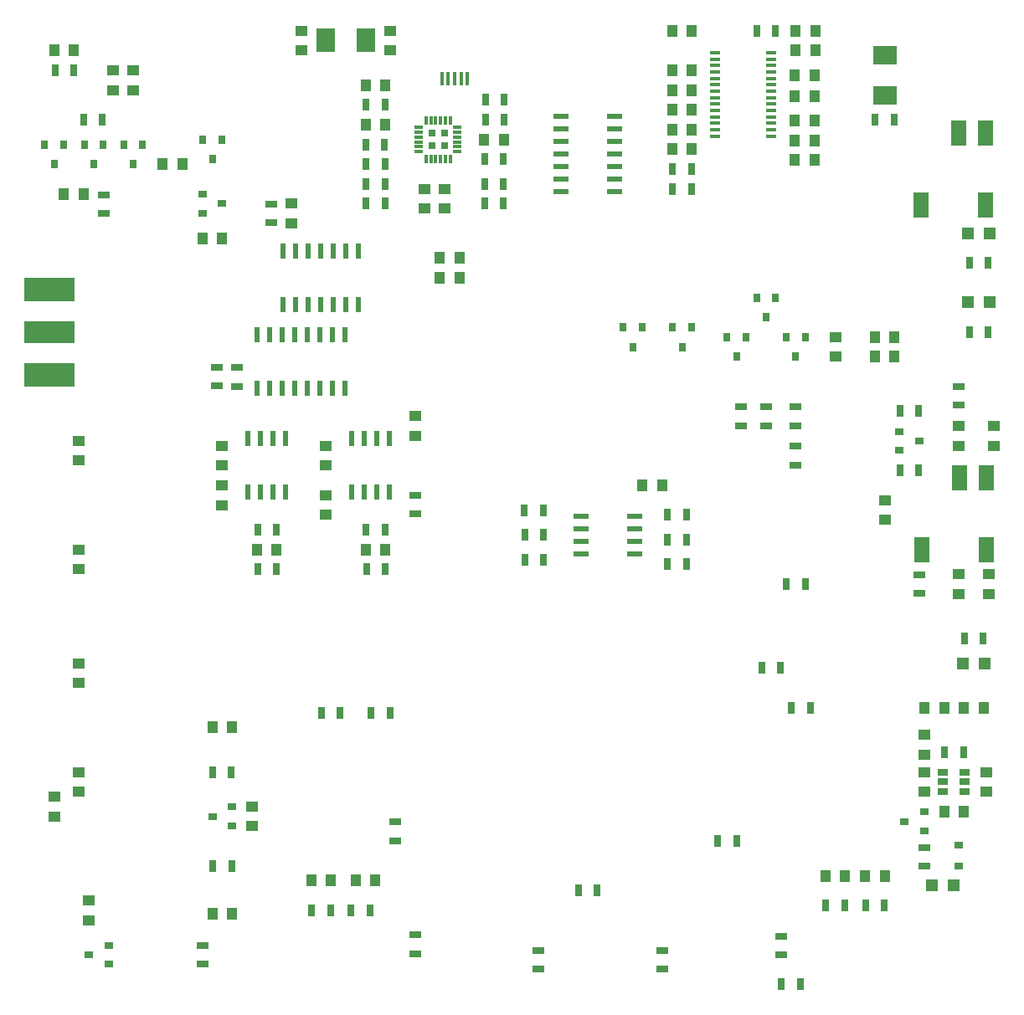
<source format=gbr>
%TF.GenerationSoftware,KiCad,Pcbnew,5.1.6*%
%TF.CreationDate,2020-08-25T15:19:02-07:00*%
%TF.ProjectId,uSDX,75534458-2e6b-4696-9361-645f70636258,2.0.3*%
%TF.SameCoordinates,Original*%
%TF.FileFunction,Paste,Top*%
%TF.FilePolarity,Positive*%
%FSLAX46Y46*%
G04 Gerber Fmt 4.6, Leading zero omitted, Abs format (unit mm)*
G04 Created by KiCad (PCBNEW 5.1.6) date 2020-08-25 15:19:02*
%MOMM*%
%LPD*%
G01*
G04 APERTURE LIST*
%ADD10R,0.600000X1.550000*%
%ADD11R,1.550000X0.600000*%
%ADD12R,5.080000X2.413000*%
%ADD13R,5.080000X2.286000*%
%ADD14R,1.500000X0.600000*%
%ADD15R,0.900000X0.800000*%
%ADD16R,1.250000X1.000000*%
%ADD17R,1.000000X1.250000*%
%ADD18R,0.600000X1.500000*%
%ADD19R,0.700000X1.300000*%
%ADD20R,1.300000X0.700000*%
%ADD21R,0.800000X0.900000*%
%ADD22R,1.200000X1.200000*%
%ADD23R,1.500000X2.500000*%
%ADD24R,1.900000X2.400000*%
%ADD25R,2.400000X1.900000*%
%ADD26R,0.850000X0.300000*%
%ADD27R,0.300000X0.850000*%
%ADD28R,0.780000X0.780000*%
%ADD29R,1.100000X0.400000*%
%ADD30R,1.060000X0.650000*%
%ADD31R,0.400000X1.350000*%
G04 APERTURE END LIST*
D10*
%TO.C,U304*%
X71405000Y-114300000D03*
X70135000Y-114300000D03*
X68865000Y-114300000D03*
X67595000Y-114300000D03*
X67595000Y-119700000D03*
X68865000Y-119700000D03*
X70135000Y-119700000D03*
X71405000Y-119700000D03*
%TD*%
D11*
%TO.C,U202*%
X101300000Y-122095000D03*
X101300000Y-123365000D03*
X101300000Y-124635000D03*
X101300000Y-125905000D03*
X106700000Y-125905000D03*
X106700000Y-124635000D03*
X106700000Y-123365000D03*
X106700000Y-122095000D03*
%TD*%
D10*
%TO.C,U305*%
X81905000Y-114300000D03*
X80635000Y-114300000D03*
X79365000Y-114300000D03*
X78095000Y-114300000D03*
X78095000Y-119700000D03*
X79365000Y-119700000D03*
X80635000Y-119700000D03*
X81905000Y-119700000D03*
%TD*%
D12*
%TO.C,J401*%
X47540000Y-99182000D03*
X47540000Y-107818000D03*
D13*
X47540000Y-103500000D03*
%TD*%
D14*
%TO.C,U501*%
X104700000Y-89310000D03*
X104700000Y-88040000D03*
X104700000Y-86770000D03*
X104700000Y-85500000D03*
X104700000Y-84230000D03*
X104700000Y-82960000D03*
X104700000Y-81690000D03*
X99300000Y-81690000D03*
X99300000Y-82960000D03*
X99300000Y-84230000D03*
X99300000Y-85500000D03*
X99300000Y-86770000D03*
X99300000Y-88040000D03*
X99300000Y-89310000D03*
%TD*%
D15*
%TO.C,D208*%
X133500000Y-113550000D03*
X133500000Y-115450000D03*
X135500000Y-114500000D03*
%TD*%
D16*
%TO.C,C305*%
X75500000Y-117000000D03*
X75500000Y-115000000D03*
%TD*%
D15*
%TO.C,D102*%
X136000000Y-153950000D03*
X136000000Y-152050000D03*
X134000000Y-153000000D03*
%TD*%
D16*
%TO.C,C414*%
X68000000Y-151500000D03*
X68000000Y-153500000D03*
%TD*%
D17*
%TO.C,C416*%
X66000000Y-143500000D03*
X64000000Y-143500000D03*
%TD*%
D15*
%TO.C,Q404*%
X66000000Y-153450000D03*
X66000000Y-151550000D03*
X64000000Y-152500000D03*
%TD*%
D16*
%TO.C,C422*%
X50500000Y-116500000D03*
X50500000Y-114500000D03*
%TD*%
%TO.C,C420*%
X50500000Y-139000000D03*
X50500000Y-137000000D03*
%TD*%
D15*
%TO.C,D402*%
X53500000Y-167450000D03*
X53500000Y-165550000D03*
X51500000Y-166500000D03*
%TD*%
D18*
%TO.C,U302*%
X78810000Y-95300000D03*
X77540000Y-95300000D03*
X76270000Y-95300000D03*
X75000000Y-95300000D03*
X73730000Y-95300000D03*
X72460000Y-95300000D03*
X71190000Y-95300000D03*
X71190000Y-100700000D03*
X72460000Y-100700000D03*
X73730000Y-100700000D03*
X75000000Y-100700000D03*
X76270000Y-100700000D03*
X77540000Y-100700000D03*
X78810000Y-100700000D03*
%TD*%
%TO.C,U301*%
X77445000Y-103800000D03*
X76175000Y-103800000D03*
X74905000Y-103800000D03*
X73635000Y-103800000D03*
X72365000Y-103800000D03*
X71095000Y-103800000D03*
X69825000Y-103800000D03*
X68555000Y-103800000D03*
X68555000Y-109200000D03*
X69825000Y-109200000D03*
X71095000Y-109200000D03*
X72365000Y-109200000D03*
X73635000Y-109200000D03*
X74905000Y-109200000D03*
X76175000Y-109200000D03*
X77445000Y-109200000D03*
%TD*%
D19*
%TO.C,R232*%
X119550000Y-137500000D03*
X121450000Y-137500000D03*
%TD*%
%TO.C,R231*%
X122550000Y-141500000D03*
X124450000Y-141500000D03*
%TD*%
%TO.C,R230*%
X123450000Y-169500000D03*
X121550000Y-169500000D03*
%TD*%
D20*
%TO.C,R229*%
X109500000Y-167950000D03*
X109500000Y-166050000D03*
%TD*%
D19*
%TO.C,R228*%
X76950000Y-142000000D03*
X75050000Y-142000000D03*
%TD*%
%TO.C,R227*%
X122050000Y-129000000D03*
X123950000Y-129000000D03*
%TD*%
D15*
%TO.C,D401*%
X63000000Y-89550000D03*
X63000000Y-91450000D03*
X65000000Y-90500000D03*
%TD*%
D21*
%TO.C,D301*%
X64950000Y-84000000D03*
X63050000Y-84000000D03*
X64000000Y-86000000D03*
%TD*%
%TO.C,D207*%
X112450000Y-103000000D03*
X110550000Y-103000000D03*
X111500000Y-105000000D03*
%TD*%
%TO.C,D206*%
X107450000Y-103000000D03*
X105550000Y-103000000D03*
X106500000Y-105000000D03*
%TD*%
%TO.C,D205*%
X120950000Y-100000000D03*
X119050000Y-100000000D03*
X120000000Y-102000000D03*
%TD*%
%TO.C,D204*%
X117950000Y-104000000D03*
X116050000Y-104000000D03*
X117000000Y-106000000D03*
%TD*%
D22*
%TO.C,D203*%
X140400000Y-100500000D03*
X142600000Y-100500000D03*
%TD*%
%TO.C,D202*%
X140400000Y-93500000D03*
X142600000Y-93500000D03*
%TD*%
D21*
%TO.C,D201*%
X123950000Y-104000000D03*
X122050000Y-104000000D03*
X123000000Y-106000000D03*
%TD*%
D22*
%TO.C,D104*%
X139900000Y-137000000D03*
X142100000Y-137000000D03*
%TD*%
%TO.C,D103*%
X139000000Y-159500000D03*
X136800000Y-159500000D03*
%TD*%
D16*
%TO.C,C212*%
X139500000Y-130000000D03*
X139500000Y-128000000D03*
%TD*%
D17*
%TO.C,C208*%
X89000000Y-96000000D03*
X87000000Y-96000000D03*
%TD*%
D19*
%TO.C,R307*%
X81500000Y-127500000D03*
X79600000Y-127500000D03*
%TD*%
%TO.C,R306*%
X70500000Y-127500000D03*
X68600000Y-127500000D03*
%TD*%
%TO.C,R305*%
X81450000Y-123500000D03*
X79550000Y-123500000D03*
%TD*%
%TO.C,R304*%
X70500000Y-123500000D03*
X68600000Y-123500000D03*
%TD*%
D20*
%TO.C,R303*%
X70000000Y-90550000D03*
X70000000Y-92450000D03*
%TD*%
%TO.C,R302*%
X66500000Y-107100000D03*
X66500000Y-109000000D03*
%TD*%
%TO.C,R301*%
X64500000Y-108950000D03*
X64500000Y-107050000D03*
%TD*%
%TO.C,FB301*%
X84500000Y-120000000D03*
X84500000Y-121900000D03*
%TD*%
D16*
%TO.C,C309*%
X84500000Y-112000000D03*
X84500000Y-114000000D03*
%TD*%
D17*
%TO.C,C308*%
X79500000Y-125500000D03*
X81500000Y-125500000D03*
%TD*%
%TO.C,C307*%
X68500000Y-125500000D03*
X70500000Y-125500000D03*
%TD*%
D16*
%TO.C,C304*%
X65000000Y-115000000D03*
X65000000Y-117000000D03*
%TD*%
%TO.C,C303*%
X75500000Y-120000000D03*
X75500000Y-122000000D03*
%TD*%
%TO.C,C302*%
X65000000Y-119000000D03*
X65000000Y-121000000D03*
%TD*%
%TO.C,C301*%
X72000000Y-92500000D03*
X72000000Y-90500000D03*
%TD*%
D19*
%TO.C,R226*%
X130050000Y-161500000D03*
X131950000Y-161500000D03*
%TD*%
%TO.C,R225*%
X127950000Y-161500000D03*
X126050000Y-161500000D03*
%TD*%
D20*
%TO.C,R224*%
X97000000Y-166050000D03*
X97000000Y-167950000D03*
%TD*%
%TO.C,R223*%
X84500000Y-166400000D03*
X84500000Y-164500000D03*
%TD*%
D19*
%TO.C,R222*%
X81950000Y-142000000D03*
X80050000Y-142000000D03*
%TD*%
D20*
%TO.C,R221*%
X82500000Y-154950000D03*
X82500000Y-153050000D03*
%TD*%
%TO.C,R220*%
X121500000Y-164600000D03*
X121500000Y-166500000D03*
%TD*%
D19*
%TO.C,R219*%
X79950000Y-162000000D03*
X78050000Y-162000000D03*
%TD*%
%TO.C,R218*%
X74050000Y-162000000D03*
X75950000Y-162000000D03*
%TD*%
%TO.C,R217*%
X101000000Y-160000000D03*
X102900000Y-160000000D03*
%TD*%
%TO.C,R216*%
X115100000Y-155000000D03*
X117000000Y-155000000D03*
%TD*%
%TO.C,R215*%
X135450000Y-111500000D03*
X133550000Y-111500000D03*
%TD*%
%TO.C,R214*%
X133550000Y-117500000D03*
X135450000Y-117500000D03*
%TD*%
%TO.C,R213*%
X110050000Y-122000000D03*
X111950000Y-122000000D03*
%TD*%
%TO.C,R212*%
X97450000Y-121500000D03*
X95550000Y-121500000D03*
%TD*%
%TO.C,R211*%
X110050000Y-124500000D03*
X111950000Y-124500000D03*
%TD*%
%TO.C,R210*%
X97500000Y-124000000D03*
X95600000Y-124000000D03*
%TD*%
%TO.C,R209*%
X111950000Y-127000000D03*
X110050000Y-127000000D03*
%TD*%
D20*
%TO.C,R208*%
X120000000Y-111050000D03*
X120000000Y-112950000D03*
%TD*%
%TO.C,R207*%
X117500000Y-111050000D03*
X117500000Y-112950000D03*
%TD*%
D19*
%TO.C,R206*%
X95600000Y-126500000D03*
X97500000Y-126500000D03*
%TD*%
%TO.C,R205*%
X142450000Y-103500000D03*
X140550000Y-103500000D03*
%TD*%
%TO.C,R204*%
X50000000Y-77000000D03*
X48100000Y-77000000D03*
%TD*%
%TO.C,R203*%
X142450000Y-96500000D03*
X140550000Y-96500000D03*
%TD*%
D20*
%TO.C,R202*%
X123000000Y-112950000D03*
X123000000Y-111050000D03*
%TD*%
%TO.C,R201*%
X123000000Y-116950000D03*
X123000000Y-115050000D03*
%TD*%
%TO.C,L202*%
X139500000Y-110900000D03*
X139500000Y-109000000D03*
%TD*%
%TO.C,L201*%
X135500000Y-129950000D03*
X135500000Y-128050000D03*
%TD*%
D23*
%TO.C,J203*%
X135750000Y-125500000D03*
X142250000Y-125500000D03*
X139550000Y-118200000D03*
X142250000Y-118200000D03*
%TD*%
%TO.C,J202*%
X135700000Y-90650000D03*
X142200000Y-90650000D03*
X139500000Y-83350000D03*
X142200000Y-83350000D03*
%TD*%
D16*
%TO.C,C216*%
X139500000Y-113000000D03*
X139500000Y-115000000D03*
%TD*%
%TO.C,C215*%
X143000000Y-115000000D03*
X143000000Y-113000000D03*
%TD*%
D17*
%TO.C,C214*%
X78500000Y-159000000D03*
X80500000Y-159000000D03*
%TD*%
%TO.C,C213*%
X74000000Y-159000000D03*
X76000000Y-159000000D03*
%TD*%
D16*
%TO.C,C211*%
X142500000Y-128000000D03*
X142500000Y-130000000D03*
%TD*%
%TO.C,C210*%
X132000000Y-120500000D03*
X132000000Y-122500000D03*
%TD*%
D17*
%TO.C,C209*%
X107500000Y-119000000D03*
X109500000Y-119000000D03*
%TD*%
%TO.C,C207*%
X89000000Y-98000000D03*
X87000000Y-98000000D03*
%TD*%
%TO.C,C206*%
X48000000Y-75000000D03*
X50000000Y-75000000D03*
%TD*%
D16*
%TO.C,C205*%
X127000000Y-104000000D03*
X127000000Y-106000000D03*
%TD*%
D17*
%TO.C,C204*%
X133000000Y-104000000D03*
X131000000Y-104000000D03*
%TD*%
%TO.C,C203*%
X130000000Y-158500000D03*
X132000000Y-158500000D03*
%TD*%
%TO.C,C202*%
X133000000Y-106000000D03*
X131000000Y-106000000D03*
%TD*%
%TO.C,C201*%
X126000000Y-158500000D03*
X128000000Y-158500000D03*
%TD*%
D24*
%TO.C,Y502*%
X79550000Y-74000000D03*
X75450000Y-74000000D03*
%TD*%
D25*
%TO.C,Y501*%
X132000000Y-75450000D03*
X132000000Y-79550000D03*
%TD*%
D26*
%TO.C,U503*%
X84900000Y-82750000D03*
X84900000Y-83250000D03*
X84900000Y-83750000D03*
X84900000Y-84250000D03*
X84900000Y-84750000D03*
X84900000Y-85250000D03*
D27*
X85600000Y-85950000D03*
X86100000Y-85950000D03*
X86600000Y-85950000D03*
X87100000Y-85950000D03*
X87600000Y-85950000D03*
X88100000Y-85950000D03*
D26*
X88800000Y-85250000D03*
X88800000Y-84750000D03*
X88800000Y-84250000D03*
X88800000Y-83750000D03*
X88800000Y-83250000D03*
X88800000Y-82750000D03*
D27*
X88100000Y-82050000D03*
X87600000Y-82050000D03*
X87100000Y-82050000D03*
X86600000Y-82050000D03*
X86100000Y-82050000D03*
X85600000Y-82050000D03*
D28*
X87500000Y-84650000D03*
X87500000Y-83350000D03*
X86200000Y-84650000D03*
X86200000Y-83350000D03*
%TD*%
D29*
%TO.C,U502*%
X114820000Y-75230000D03*
X114820000Y-75880000D03*
X114820000Y-76530000D03*
X114820000Y-77180000D03*
X114820000Y-77830000D03*
X114820000Y-78480000D03*
X114820000Y-79130000D03*
X114820000Y-79780000D03*
X114820000Y-80430000D03*
X114820000Y-81080000D03*
X114820000Y-81730000D03*
X114820000Y-82380000D03*
X114820000Y-83030000D03*
X114820000Y-83680000D03*
X120520000Y-83680000D03*
X120520000Y-83030000D03*
X120520000Y-82380000D03*
X120520000Y-81730000D03*
X120520000Y-81080000D03*
X120520000Y-80430000D03*
X120520000Y-79780000D03*
X120520000Y-79130000D03*
X120520000Y-78480000D03*
X120520000Y-77830000D03*
X120520000Y-77180000D03*
X120520000Y-76530000D03*
X120520000Y-75880000D03*
X120520000Y-75230000D03*
%TD*%
D30*
%TO.C,U101*%
X137900000Y-148050000D03*
X137900000Y-149000000D03*
X137900000Y-149950000D03*
X140100000Y-149950000D03*
X140100000Y-148050000D03*
X140100000Y-149000000D03*
%TD*%
D19*
%TO.C,TH401*%
X51000000Y-82000000D03*
X52900000Y-82000000D03*
%TD*%
%TO.C,R514*%
X81400000Y-84500000D03*
X79500000Y-84500000D03*
%TD*%
%TO.C,R513*%
X81450000Y-88500000D03*
X79550000Y-88500000D03*
%TD*%
%TO.C,R512*%
X79550000Y-80500000D03*
X81450000Y-80500000D03*
%TD*%
%TO.C,R511*%
X81450000Y-86500000D03*
X79550000Y-86500000D03*
%TD*%
%TO.C,R510*%
X81450000Y-90500000D03*
X79550000Y-90500000D03*
%TD*%
%TO.C,R509*%
X91550000Y-86000000D03*
X93450000Y-86000000D03*
%TD*%
%TO.C,R508*%
X93450000Y-90500000D03*
X91550000Y-90500000D03*
%TD*%
%TO.C,R507*%
X91550000Y-88500000D03*
X93450000Y-88500000D03*
%TD*%
%TO.C,R506*%
X91600000Y-80000000D03*
X93500000Y-80000000D03*
%TD*%
%TO.C,R505*%
X91600000Y-82000000D03*
X93500000Y-82000000D03*
%TD*%
%TO.C,R504*%
X131050000Y-82000000D03*
X132950000Y-82000000D03*
%TD*%
%TO.C,R503*%
X120950000Y-73000000D03*
X119050000Y-73000000D03*
%TD*%
%TO.C,R502*%
X110550000Y-87000000D03*
X112450000Y-87000000D03*
%TD*%
%TO.C,R501*%
X110550000Y-89000000D03*
X112450000Y-89000000D03*
%TD*%
%TO.C,R404*%
X65950000Y-157500000D03*
X64050000Y-157500000D03*
%TD*%
%TO.C,R403*%
X65900000Y-148000000D03*
X64000000Y-148000000D03*
%TD*%
D20*
%TO.C,R402*%
X63000000Y-167450000D03*
X63000000Y-165550000D03*
%TD*%
%TO.C,R401*%
X53000000Y-91500000D03*
X53000000Y-89600000D03*
%TD*%
D19*
%TO.C,R102*%
X141950000Y-134500000D03*
X140050000Y-134500000D03*
%TD*%
D20*
%TO.C,R101*%
X136000000Y-157550000D03*
X136000000Y-155650000D03*
%TD*%
D21*
%TO.C,Q403*%
X48950000Y-84500000D03*
X47050000Y-84500000D03*
X48000000Y-86500000D03*
%TD*%
%TO.C,Q402*%
X52950000Y-84500000D03*
X51050000Y-84500000D03*
X52000000Y-86500000D03*
%TD*%
%TO.C,Q401*%
X56950000Y-84500000D03*
X55050000Y-84500000D03*
X56000000Y-86500000D03*
%TD*%
D19*
%TO.C,L101*%
X139950000Y-146000000D03*
X138050000Y-146000000D03*
%TD*%
D31*
%TO.C,J501*%
X89800000Y-77850000D03*
X89150000Y-77850000D03*
X88500000Y-77850000D03*
X87850000Y-77850000D03*
X87200000Y-77850000D03*
%TD*%
D15*
%TO.C,D101*%
X139500000Y-157550000D03*
X139500000Y-155450000D03*
%TD*%
D17*
%TO.C,C520*%
X81500000Y-82500000D03*
X79500000Y-82500000D03*
%TD*%
D16*
%TO.C,C519*%
X85500000Y-89000000D03*
X85500000Y-91000000D03*
%TD*%
D17*
%TO.C,C518*%
X81500000Y-78500000D03*
X79500000Y-78500000D03*
%TD*%
D16*
%TO.C,C517*%
X87500000Y-89000000D03*
X87500000Y-91000000D03*
%TD*%
%TO.C,C516*%
X73000000Y-75000000D03*
X73000000Y-73000000D03*
%TD*%
%TO.C,C515*%
X82000000Y-73000000D03*
X82000000Y-75000000D03*
%TD*%
D17*
%TO.C,C514*%
X122900000Y-79600000D03*
X124900000Y-79600000D03*
%TD*%
%TO.C,C513*%
X122900000Y-77500000D03*
X124900000Y-77500000D03*
%TD*%
%TO.C,C512*%
X122900000Y-82100000D03*
X124900000Y-82100000D03*
%TD*%
%TO.C,C511*%
X122900000Y-84100000D03*
X124900000Y-84100000D03*
%TD*%
%TO.C,C510*%
X123000000Y-73000000D03*
X125000000Y-73000000D03*
%TD*%
%TO.C,C509*%
X123000000Y-75000000D03*
X125000000Y-75000000D03*
%TD*%
%TO.C,C508*%
X122900000Y-86100000D03*
X124900000Y-86100000D03*
%TD*%
%TO.C,C507*%
X91500000Y-84000000D03*
X93500000Y-84000000D03*
%TD*%
%TO.C,C506*%
X110500000Y-81000000D03*
X112500000Y-81000000D03*
%TD*%
%TO.C,C505*%
X112500000Y-77000000D03*
X110500000Y-77000000D03*
%TD*%
%TO.C,C504*%
X112500000Y-73000000D03*
X110500000Y-73000000D03*
%TD*%
%TO.C,C503*%
X112500000Y-85000000D03*
X110500000Y-85000000D03*
%TD*%
%TO.C,C502*%
X110500000Y-83000000D03*
X112500000Y-83000000D03*
%TD*%
%TO.C,C501*%
X112500000Y-79000000D03*
X110500000Y-79000000D03*
%TD*%
D16*
%TO.C,C421*%
X50500000Y-125500000D03*
X50500000Y-127500000D03*
%TD*%
%TO.C,C419*%
X50500000Y-148000000D03*
X50500000Y-150000000D03*
%TD*%
D17*
%TO.C,C418*%
X64000000Y-162350000D03*
X66000000Y-162350000D03*
%TD*%
D16*
%TO.C,C417*%
X48000000Y-152500000D03*
X48000000Y-150500000D03*
%TD*%
%TO.C,C415*%
X51500000Y-163000000D03*
X51500000Y-161000000D03*
%TD*%
D17*
%TO.C,C411*%
X63000000Y-94000000D03*
X65000000Y-94000000D03*
%TD*%
%TO.C,C408*%
X61000000Y-86500000D03*
X59000000Y-86500000D03*
%TD*%
D16*
%TO.C,C406*%
X54000000Y-79000000D03*
X54000000Y-77000000D03*
%TD*%
D17*
%TO.C,C405*%
X51000000Y-89500000D03*
X49000000Y-89500000D03*
%TD*%
D16*
%TO.C,C404*%
X56000000Y-79000000D03*
X56000000Y-77000000D03*
%TD*%
D17*
%TO.C,C106*%
X138000000Y-141500000D03*
X136000000Y-141500000D03*
%TD*%
%TO.C,C105*%
X140000000Y-141500000D03*
X142000000Y-141500000D03*
%TD*%
D16*
%TO.C,C104*%
X136000000Y-146250000D03*
X136000000Y-144250000D03*
%TD*%
%TO.C,C103*%
X136000000Y-148000000D03*
X136000000Y-150000000D03*
%TD*%
%TO.C,C102*%
X142250000Y-148000000D03*
X142250000Y-150000000D03*
%TD*%
D17*
%TO.C,C101*%
X138000000Y-152000000D03*
X140000000Y-152000000D03*
%TD*%
M02*

</source>
